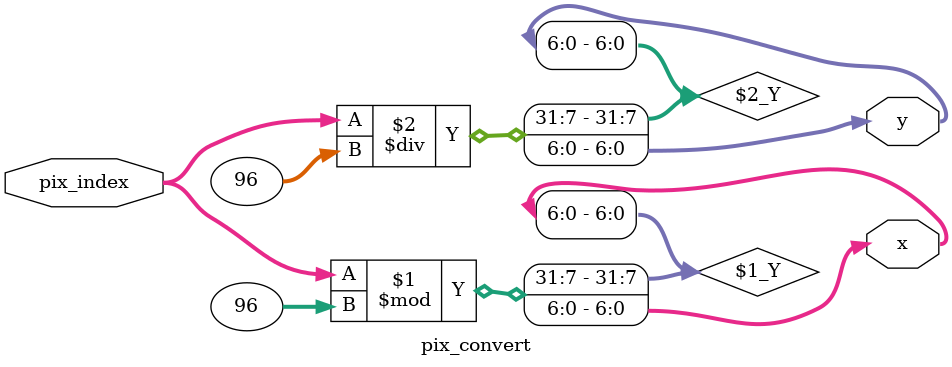
<source format=v>
`timescale 1ns / 1ps


module pix_convert(
    input [12:0]pix_index,
    output [6:0]x,
    output [6:0]y
    );
    
    assign x = (pix_index % 96);
    assign y = (pix_index / 96);
    
    
endmodule

</source>
